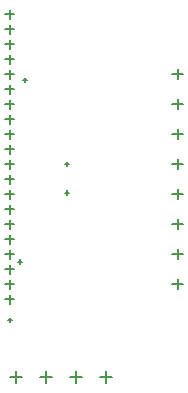
<source format=gbr>
G04*
G04 #@! TF.GenerationSoftware,Altium Limited,Altium Designer,24.9.1 (31)*
G04*
G04 Layer_Color=128*
%FSLAX25Y25*%
%MOIN*%
G70*
G04*
G04 #@! TF.SameCoordinates,DAC1C6B3-9DD7-490D-B82B-BCBA8ACD2817*
G04*
G04*
G04 #@! TF.FilePolarity,Positive*
G04*
G01*
G75*
%ADD49C,0.00500*%
D49*
X9500Y50000D02*
X12500D01*
X11000Y48500D02*
Y51500D01*
X9500Y55000D02*
X12500D01*
X11000Y53500D02*
Y56500D01*
X9500Y60000D02*
X12500D01*
X11000Y58500D02*
Y61500D01*
X9500Y65000D02*
X12500D01*
X11000Y63500D02*
Y66500D01*
X9500Y70000D02*
X12500D01*
X11000Y68500D02*
Y71500D01*
X9500Y75000D02*
X12500D01*
X11000Y73500D02*
Y76500D01*
X9500Y80000D02*
X12500D01*
X11000Y78500D02*
Y81500D01*
X9500Y85000D02*
X12500D01*
X11000Y83500D02*
Y86500D01*
X9500Y90000D02*
X12500D01*
X11000Y88500D02*
Y91500D01*
X9500Y95000D02*
X12500D01*
X11000Y93500D02*
Y96500D01*
X9500Y100000D02*
X12500D01*
X11000Y98500D02*
Y101500D01*
X9500Y105000D02*
X12500D01*
X11000Y103500D02*
Y106500D01*
X9500Y110000D02*
X12500D01*
X11000Y108500D02*
Y111500D01*
X9500Y115000D02*
X12500D01*
X11000Y113500D02*
Y116500D01*
X9500Y120000D02*
X12500D01*
X11000Y118500D02*
Y121500D01*
X9500Y125000D02*
X12500D01*
X11000Y123500D02*
Y126500D01*
X9500Y130000D02*
X12500D01*
X11000Y128500D02*
Y131500D01*
X9500Y135000D02*
X12500D01*
X11000Y133500D02*
Y136500D01*
X9500Y140000D02*
X12500D01*
X11000Y138500D02*
Y141500D01*
X9500Y145000D02*
X12500D01*
X11000Y143500D02*
Y146500D01*
X65228Y55000D02*
X68772D01*
X67000Y53228D02*
Y56772D01*
X65228Y65000D02*
X68772D01*
X67000Y63228D02*
Y66772D01*
X65228Y75000D02*
X68772D01*
X67000Y73228D02*
Y76772D01*
X65228Y85000D02*
X68772D01*
X67000Y83228D02*
Y86772D01*
X65228Y95000D02*
X68772D01*
X67000Y93228D02*
Y96772D01*
X65228Y105000D02*
X68772D01*
X67000Y103228D02*
Y106772D01*
X65228Y115000D02*
X68772D01*
X67000Y113228D02*
Y116772D01*
X65228Y125000D02*
X68772D01*
X67000Y123228D02*
Y126772D01*
X11050Y24000D02*
X14950D01*
X13000Y22050D02*
Y25950D01*
X21050Y24000D02*
X24950D01*
X23000Y22050D02*
Y25950D01*
X31050Y24000D02*
X34950D01*
X33000Y22050D02*
Y25950D01*
X41050Y24000D02*
X44950D01*
X43000Y22050D02*
Y25950D01*
X29300Y85500D02*
X30700D01*
X30000Y84800D02*
Y86200D01*
X29300Y95000D02*
X30700D01*
X30000Y94300D02*
Y95700D01*
X10300Y43000D02*
X11700D01*
X11000Y42300D02*
Y43700D01*
X15300Y123000D02*
X16700D01*
X16000Y122300D02*
Y123700D01*
X13800Y62500D02*
X15200D01*
X14500Y61800D02*
Y63200D01*
M02*

</source>
